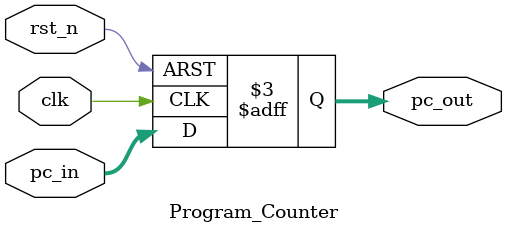
<source format=v>
module Program_Counter(
    input clk,
    input rst_n,
    input  [31:0] pc_in,
    output reg [31:0] pc_out
);
    always @(posedge clk or negedge rst_n) begin
        if (!rst_n)
            pc_out <= 32'h00000000;
        else
            pc_out <= pc_in;
    end
endmodule

</source>
